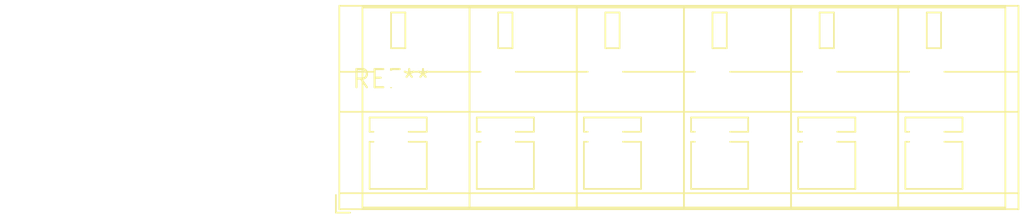
<source format=kicad_pcb>
(kicad_pcb (version 20240108) (generator pcbnew)
  (layers (0 "F.Cu" signal) (31 "B.Cu" signal) (34 "B.Paste" user) (35 "F.Paste" user) (36 "B.SilkS" user "B.Silkscreen") (37 "F.SilkS" user "F.Silkscreen") (38 "B.Mask" user) (39 "F.Mask" user) (44 "Edge.Cuts" user))
  (net 0 "")
  (footprint "TerminalBlock_WAGO_236-506_1x06_P7.50mm_45Degree" (layer "F.Cu") (at 0 0)
    (property "Reference" "REF**")
    (property "Value" "TerminalBlock_WAGO_236-506_1x06_P7.50mm_45Degree")
    (fp_line (start -3.86 8.12) (end -3.86 9.36) (layer "F.SilkS") (stroke (width 0.12)))
    (fp_line (start -3.86 9.36) (end -2.86 9.36) (layer "F.SilkS") (stroke (width 0.12)))
    (fp_line (start -3.62 -5.12) (end -3.62 9.12) (layer "F.SilkS") (stroke (width 0.12)))
    (fp_line (start -3.62 -5.12) (end 43.92 -5.12) (layer "F.SilkS") (stroke (width 0.12)))
    (fp_line (start -3.62 -0.5) (end -1.23 -0.5) (layer "F.SilkS") (stroke (width 0.12)))
    (fp_line (start -3.62 2.3) (end 43.92 2.3) (layer "F.SilkS") (stroke (width 0.12)))
    (fp_line (start -3.62 8) (end 43.92 8) (layer "F.SilkS") (stroke (width 0.12)))
    (fp_line (start -3.62 9.12) (end 43.92 9.12) (layer "F.SilkS") (stroke (width 0.12)))
    (fp_line (start -2 -5) (end -2 9) (layer "F.SilkS") (stroke (width 0.12)))
    (fp_line (start -2 -5) (end 5.5 -5) (layer "F.SilkS") (stroke (width 0.12)))
    (fp_line (start -2 9) (end 5.5 9) (layer "F.SilkS") (stroke (width 0.12)))
    (fp_line (start -1.5 2.7) (end -1.5 3.7) (layer "F.SilkS") (stroke (width 0.12)))
    (fp_line (start -1.5 2.7) (end 2.5 2.7) (layer "F.SilkS") (stroke (width 0.12)))
    (fp_line (start -1.5 3.7) (end -1.23 3.7) (layer "F.SilkS") (stroke (width 0.12)))
    (fp_line (start -1.5 4.4) (end -1.5 7.7) (layer "F.SilkS") (stroke (width 0.12)))
    (fp_line (start -1.5 4.4) (end -1.23 4.4) (layer "F.SilkS") (stroke (width 0.12)))
    (fp_line (start -1.5 7.7) (end 2.5 7.7) (layer "F.SilkS") (stroke (width 0.12)))
    (fp_line (start 0 -4.65) (end 0 -2.151) (layer "F.SilkS") (stroke (width 0.12)))
    (fp_line (start 0 -4.65) (end 1 -4.65) (layer "F.SilkS") (stroke (width 0.12)))
    (fp_line (start 0 -2.151) (end 1 -2.151) (layer "F.SilkS") (stroke (width 0.12)))
    (fp_line (start 1 -4.65) (end 1 -2.151) (layer "F.SilkS") (stroke (width 0.12)))
    (fp_line (start 1.23 -0.5) (end 6.27 -0.5) (layer "F.SilkS") (stroke (width 0.12)))
    (fp_line (start 1.23 3.7) (end 2.5 3.7) (layer "F.SilkS") (stroke (width 0.12)))
    (fp_line (start 1.23 4.4) (end 2.5 4.4) (layer "F.SilkS") (stroke (width 0.12)))
    (fp_line (start 2.5 2.7) (end 2.5 3.7) (layer "F.SilkS") (stroke (width 0.12)))
    (fp_line (start 2.5 4.4) (end 2.5 7.7) (layer "F.SilkS") (stroke (width 0.12)))
    (fp_line (start 5.5 -5) (end 5.5 9) (layer "F.SilkS") (stroke (width 0.12)))
    (fp_line (start 5.5 -5) (end 5.5 9) (layer "F.SilkS") (stroke (width 0.12)))
    (fp_line (start 5.5 -5) (end 13 -5) (layer "F.SilkS") (stroke (width 0.12)))
    (fp_line (start 5.5 9) (end 13 9) (layer "F.SilkS") (stroke (width 0.12)))
    (fp_line (start 6 2.7) (end 6 3.7) (layer "F.SilkS") (stroke (width 0.12)))
    (fp_line (start 6 2.7) (end 10 2.7) (layer "F.SilkS") (stroke (width 0.12)))
    (fp_line (start 6 3.7) (end 6.27 3.7) (layer "F.SilkS") (stroke (width 0.12)))
    (fp_line (start 6 4.4) (end 6 7.7) (layer "F.SilkS") (stroke (width 0.12)))
    (fp_line (start 6 4.4) (end 6.27 4.4) (layer "F.SilkS") (stroke (width 0.12)))
    (fp_line (start 6 7.7) (end 10 7.7) (layer "F.SilkS") (stroke (width 0.12)))
    (fp_line (start 7.5 -4.65) (end 7.5 -2.151) (layer "F.SilkS") (stroke (width 0.12)))
    (fp_line (start 7.5 -4.65) (end 8.5 -4.65) (layer "F.SilkS") (stroke (width 0.12)))
    (fp_line (start 7.5 -2.151) (end 8.5 -2.151) (layer "F.SilkS") (stroke (width 0.12)))
    (fp_line (start 8.5 -4.65) (end 8.5 -2.151) (layer "F.SilkS") (stroke (width 0.12)))
    (fp_line (start 8.73 -0.5) (end 13.77 -0.5) (layer "F.SilkS") (stroke (width 0.12)))
    (fp_line (start 8.73 3.7) (end 10 3.7) (layer "F.SilkS") (stroke (width 0.12)))
    (fp_line (start 8.73 4.4) (end 10 4.4) (layer "F.SilkS") (stroke (width 0.12)))
    (fp_line (start 10 2.7) (end 10 3.7) (layer "F.SilkS") (stroke (width 0.12)))
    (fp_line (start 10 4.4) (end 10 7.7) (layer "F.SilkS") (stroke (width 0.12)))
    (fp_line (start 13 -5) (end 13 9) (layer "F.SilkS") (stroke (width 0.12)))
    (fp_line (start 13 -5) (end 13 9) (layer "F.SilkS") (stroke (width 0.12)))
    (fp_line (start 13 -5) (end 20.5 -5) (layer "F.SilkS") (stroke (width 0.12)))
    (fp_line (start 13 9) (end 20.5 9) (layer "F.SilkS") (stroke (width 0.12)))
    (fp_line (start 13.5 2.7) (end 13.5 3.7) (layer "F.SilkS") (stroke (width 0.12)))
    (fp_line (start 13.5 2.7) (end 17.5 2.7) (layer "F.SilkS") (stroke (width 0.12)))
    (fp_line (start 13.5 3.7) (end 13.77 3.7) (layer "F.SilkS") (stroke (width 0.12)))
    (fp_line (start 13.5 4.4) (end 13.5 7.7) (layer "F.SilkS") (stroke (width 0.12)))
    (fp_line (start 13.5 4.4) (end 13.77 4.4) (layer "F.SilkS") (stroke (width 0.12)))
    (fp_line (start 13.5 7.7) (end 17.5 7.7) (layer "F.SilkS") (stroke (width 0.12)))
    (fp_line (start 15 -4.65) (end 15 -2.151) (layer "F.SilkS") (stroke (width 0.12)))
    (fp_line (start 15 -4.65) (end 16 -4.65) (layer "F.SilkS") (stroke (width 0.12)))
    (fp_line (start 15 -2.151) (end 16 -2.151) (layer "F.SilkS") (stroke (width 0.12)))
    (fp_line (start 16 -4.65) (end 16 -2.151) (layer "F.SilkS") (stroke (width 0.12)))
    (fp_line (start 16.23 -0.5) (end 21.27 -0.5) (layer "F.SilkS") (stroke (width 0.12)))
    (fp_line (start 16.23 3.7) (end 17.5 3.7) (layer "F.SilkS") (stroke (width 0.12)))
    (fp_line (start 16.23 4.4) (end 17.5 4.4) (layer "F.SilkS") (stroke (width 0.12)))
    (fp_line (start 17.5 2.7) (end 17.5 3.7) (layer "F.SilkS") (stroke (width 0.12)))
    (fp_line (start 17.5 4.4) (end 17.5 7.7) (layer "F.SilkS") (stroke (width 0.12)))
    (fp_line (start 20.5 -5) (end 20.5 9) (layer "F.SilkS") (stroke (width 0.12)))
    (fp_line (start 20.5 -5) (end 20.5 9) (layer "F.SilkS") (stroke (width 0.12)))
    (fp_line (start 20.5 -5) (end 28 -5) (layer "F.SilkS") (stroke (width 0.12)))
    (fp_line (start 20.5 9) (end 28 9) (layer "F.SilkS") (stroke (width 0.12)))
    (fp_line (start 21 2.7) (end 21 3.7) (layer "F.SilkS") (stroke (width 0.12)))
    (fp_line (start 21 2.7) (end 25 2.7) (layer "F.SilkS") (stroke (width 0.12)))
    (fp_line (start 21 3.7) (end 21.27 3.7) (layer "F.SilkS") (stroke (width 0.12)))
    (fp_line (start 21 4.4) (end 21 7.7) (layer "F.SilkS") (stroke (width 0.12)))
    (fp_line (start 21 4.4) (end 21.27 4.4) (layer "F.SilkS") (stroke (width 0.12)))
    (fp_line (start 21 7.7) (end 25 7.7) (layer "F.SilkS") (stroke (width 0.12)))
    (fp_line (start 22.5 -4.65) (end 22.5 -2.151) (layer "F.SilkS") (stroke (width 0.12)))
    (fp_line (start 22.5 -4.65) (end 23.5 -4.65) (layer "F.SilkS") (stroke (width 0.12)))
    (fp_line (start 22.5 -2.151) (end 23.5 -2.151) (layer "F.SilkS") (stroke (width 0.12)))
    (fp_line (start 23.5 -4.65) (end 23.5 -2.151) (layer "F.SilkS") (stroke (width 0.12)))
    (fp_line (start 23.73 -0.5) (end 28.77 -0.5) (layer "F.SilkS") (stroke (width 0.12)))
    (fp_line (start 23.73 3.7) (end 25 3.7) (layer "F.SilkS") (stroke (width 0.12)))
    (fp_line (start 23.73 4.4) (end 25 4.4) (layer "F.SilkS") (stroke (width 0.12)))
    (fp_line (start 25 2.7) (end 25 3.7) (layer "F.SilkS") (stroke (width 0.12)))
    (fp_line (start 25 4.4) (end 25 7.7) (layer "F.SilkS") (stroke (width 0.12)))
    (fp_line (start 28 -5) (end 28 9) (layer "F.SilkS") (stroke (width 0.12)))
    (fp_line (start 28 -5) (end 28 9) (layer "F.SilkS") (stroke (width 0.12)))
    (fp_line (start 28 -5) (end 35.5 -5) (layer "F.SilkS") (stroke (width 0.12)))
    (fp_line (start 28 9) (end 35.5 9) (layer "F.SilkS") (stroke (width 0.12)))
    (fp_line (start 28.5 2.7) (end 28.5 3.7) (layer "F.SilkS") (stroke (width 0.12)))
    (fp_line (start 28.5 2.7) (end 32.5 2.7) (layer "F.SilkS") (stroke (width 0.12)))
    (fp_line (start 28.5 3.7) (end 28.77 3.7) (layer "F.SilkS") (stroke (width 0.12)))
    (fp_line (start 28.5 4.4) (end 28.5 7.7) (layer "F.SilkS") (stroke (width 0.12)))
    (fp_line (start 28.5 4.4) (end 28.77 4.4) (layer "F.SilkS") (stroke (width 0.12)))
    (fp_line (start 28.5 7.7) (end 32.5 7.7) (layer "F.SilkS") (stroke (width 0.12)))
    (fp_line (start 30 -4.65) (end 30 -2.151) (layer "F.SilkS") (stroke (width 0.12)))
    (fp_line (start 30 -4.65) (end 31 -4.65) (layer "F.SilkS") (stroke (width 0.12)))
    (fp_line (start 30 -2.151) (end 31 -2.151) (layer "F.SilkS") (stroke (width 0.12)))
    (fp_line (start 31 -4.65) (end 31 -2.151) (layer "F.SilkS") (stroke (width 0.12)))
    (fp_line (start 31.23 -0.5) (end 36.27 -0.5) (layer "F.SilkS") (stroke (width 0.12)))
    (fp_line (start 31.23 3.7) (end 32.5 3.7) (layer "F.SilkS") (stroke (width 0.12)))
    (fp_line (start 31.23 4.4) (end 32.5 4.4) (layer "F.SilkS") (stroke (width 0.12)))
    (fp_line (start 32.5 2.7) (end 32.5 3.7) (layer "F.SilkS") (stroke (width 0.12)))
    (fp_line (start 32.5 4.4) (end 32.5 7.7) (layer "F.SilkS") (stroke (width 0.12)))
    (fp_line (start 35.5 -5) (end 35.5 9) (layer "F.SilkS") (stroke (width 0.12)))
    (fp_line (start 35.5 -5) (end 35.5 9) (layer "F.SilkS") (stroke (width 0.12)))
    (fp_line (start 35.5 -5) (end 43 -5) (layer "F.SilkS") (stroke (width 0.12)))
    (fp_line (start 35.5 9) (end 43 9) (layer "F.SilkS") (stroke (width 0.12)))
    (fp_line (start 36 2.7) (end 36 3.7) (layer "F.SilkS") (stroke (width 0.12)))
    (fp_line (start 36 2.7) (end 40 2.7) (layer "F.SilkS") (stroke (width 0.12)))
    (fp_line (start 36 3.7) (end 36.27 3.7) (layer "F.SilkS") (stroke (width 0.12)))
    (fp_line (start 36 4.4) (end 36 7.7) (layer "F.SilkS") (stroke (width 0.12)))
    (fp_line (start 36 4.4) (end 36.27 4.4) (layer "F.SilkS") (stroke (width 0.12)))
    (fp_line (start 36 7.7) (end 40 7.7) (layer "F.SilkS") (stroke (width 0.12)))
    (fp_line (start 37.5 -4.65) (end 37.5 -2.151) (layer "F.SilkS") (stroke (width 0.12)))
    (fp_line (start 37.5 -4.65) (end 38.5 -4.65) (layer "F.SilkS") (stroke (width 0.12)))
    (fp_line (start 37.5 -2.151) (end 38.5 -2.151) (layer "F.SilkS") (stroke (width 0.12)))
    (fp_line (start 38.5 -4.65) (end 38.5 -2.151) (layer "F.SilkS") (stroke (width 0.12)))
    (fp_line (start 38.73 -0.5) (end 43.92 -0.5) (layer "F.SilkS") (stroke (width 0.12)))
    (fp_line (start 38.73 3.7) (end 40 3.7) (layer "F.SilkS") (stroke (width 0.12)))
    (fp_line (start 38.73 4.4) (end 40 4.4) (layer "F.SilkS") (stroke (width 0.12)))
    (fp_line (start 40 2.7) (end 40 3.7) (layer "F.SilkS") (stroke (width 0.12)))
    (fp_line (start 40 4.4) (end 40 7.7) (layer "F.SilkS") (stroke (width 0.12)))
    (fp_line (start 43 -5) (end 43 9) (layer "F.SilkS") (stroke (width 0.12)))
    (fp_line (start 43.92 -5.12) (end 43.92 9.12) (layer "F.SilkS") (stroke (width 0.12)))
    (pad "1" thru_hole rect (at 0 0) (size 1.5 3) (drill 1.15) (layers *.Cu *.Mask) (remove_unused_layers))
    (pad "1" thru_hole rect (at 0 5) (size 1.5 3) (drill 1.15) (layers *.Cu *.Mask) (remove_unused_layers))
    (pad "2" thru_hole oval (at 7.5 0) (size 1.5 3) (drill 1.15) (layers *.Cu *.Mask) (remove_unused_layers))
    (pad "2" thru_hole oval (at 7.5 5) (size 1.5 3) (drill 1.15) (layers *.Cu *.Mask) (remove_unused_layers))
    (pad "3" thru_hole oval (at 15 0) (size 1.5 3) (drill 1.15) (layers *.Cu *.Mask) (remove_unused_layers))
    (pad "3" thru_hole oval (at 15 5) (size 1.5 3) (drill 1.15) (layers *.Cu *.Mask) (remove_unused_layers))
    (pad "4" thru_hole oval (at 22.5 0) (size 1.5 3) (drill 1.15) (layers *.Cu *.Mask) (remove_unused_layers))
    (pad "4" thru_hole oval (at 22.5 5) (size 1.5 3) (drill 1.15) (layers *.Cu *.Mask) (remove_unused_layers))
    (pad "5" thru_hole oval (at 30 0) (size 1.5 3) (drill 1.15) (layers *.Cu *.Mask) (remove_unused_layers))
    (pad "5" thru_hole oval (at 30 5) (size 1.5 3) (drill 1.15) (layers *.Cu *.Mask) (remove_unused_layers))
    (pad "6" thru_hole oval (at 37.5 0) (size 1.5 3) (drill 1.15) (layers *.Cu *.Mask) (remove_unused_layers))
    (pad "6" thru_hole oval (at 37.5 5) (size 1.5 3) (drill 1.15) (layers *.Cu *.Mask) (remove_unused_layers))
  )
)
</source>
